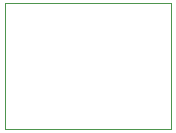
<source format=gbr>
%TF.GenerationSoftware,KiCad,Pcbnew,(5.99.0-3084-g8945f8865-dirty)*%
%TF.CreationDate,2020-08-31T12:16:31+03:00*%
%TF.ProjectId,le-pre-et-le-boost,6c652d70-7265-42d6-9574-2d6c652d626f,rev?*%
%TF.SameCoordinates,Original*%
%TF.FileFunction,Profile,NP*%
%FSLAX46Y46*%
G04 Gerber Fmt 4.6, Leading zero omitted, Abs format (unit mm)*
G04 Created by KiCad (PCBNEW (5.99.0-3084-g8945f8865-dirty)) date 2020-08-31 12:16:31*
%MOMM*%
%LPD*%
G01*
G04 APERTURE LIST*
%TA.AperFunction,Profile*%
%ADD10C,0.100000*%
%TD*%
G04 APERTURE END LIST*
D10*
X134874000Y-99187000D02*
X148971000Y-99187000D01*
X148971000Y-99187000D02*
X148971000Y-109855000D01*
X148971000Y-109855000D02*
X134874000Y-109855000D01*
X134874000Y-109855000D02*
X134874000Y-99187000D01*
M02*

</source>
